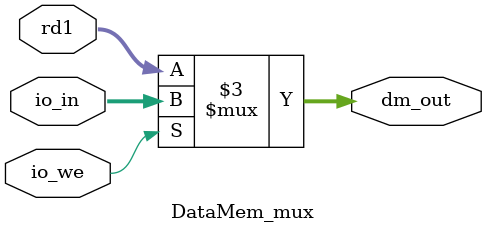
<source format=v>
`timescale 1ns / 1ps


module DataMem_mux(
    input io_we,
    input [31:0] rd1,
    input [31:0] io_in,
    output reg [31:0] dm_out
);

always@(*) begin
    if(io_we) dm_out = io_in;
    else dm_out = rd1;
end

endmodule

</source>
